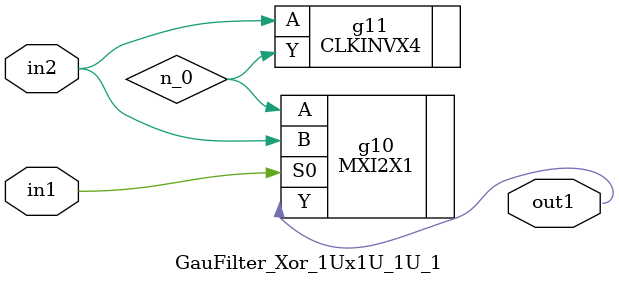
<source format=v>
`timescale 1ps / 1ps


module GauFilter_Xor_1Ux1U_1U_1(in2, in1, out1);
  input in2, in1;
  output out1;
  wire in2, in1;
  wire out1;
  wire n_0;
  MXI2X1 g10(.A (n_0), .B (in2), .S0 (in1), .Y (out1));
  CLKINVX4 g11(.A (in2), .Y (n_0));
endmodule


</source>
